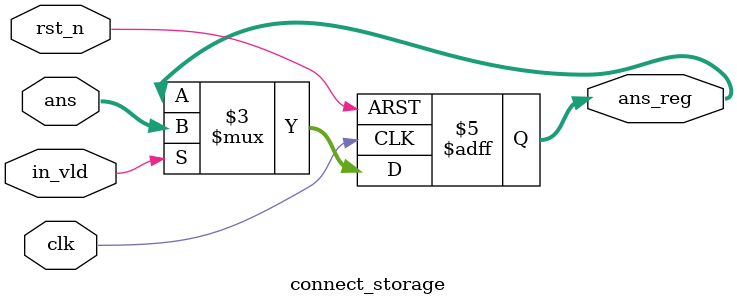
<source format=v>
`timescale 1ns/1ps
module connect_storage (
    input clk,
    input rst_n,
    input in_vld,
    input [7:0] ans,
    output reg [7:0] ans_reg
);

    always @(posedge clk, negedge rst_n) begin
        if(~rst_n)
            ans_reg <= 0;
        else if(in_vld)
            ans_reg <= ans;
    end

endmodule

</source>
